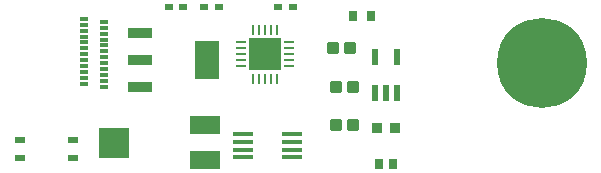
<source format=gtp>
G04 Layer_Color=7318015*
%FSLAX24Y24*%
%MOIN*%
G70*
G01*
G75*
%ADD10R,0.0280X0.0240*%
G04:AMPARAMS|DCode=11|XSize=39.4mil|YSize=39.4mil|CornerRadius=4.9mil|HoleSize=0mil|Usage=FLASHONLY|Rotation=0.000|XOffset=0mil|YOffset=0mil|HoleType=Round|Shape=RoundedRectangle|*
%AMROUNDEDRECTD11*
21,1,0.0394,0.0295,0,0,0.0*
21,1,0.0295,0.0394,0,0,0.0*
1,1,0.0098,0.0148,-0.0148*
1,1,0.0098,-0.0148,-0.0148*
1,1,0.0098,-0.0148,0.0148*
1,1,0.0098,0.0148,0.0148*
%
%ADD11ROUNDEDRECTD11*%
%ADD12R,0.0295X0.0335*%
%ADD13R,0.0984X0.0591*%
%ADD14R,0.0984X0.0984*%
%ADD15R,0.0276X0.0118*%
%ADD16C,0.3000*%
%ADD17R,0.0669X0.0177*%
%ADD18R,0.1063X0.1063*%
%ADD19O,0.0098X0.0354*%
%ADD20O,0.0354X0.0098*%
%ADD21R,0.0827X0.0354*%
%ADD22R,0.0827X0.1260*%
%ADD23R,0.0354X0.0236*%
%ADD24R,0.0217X0.0550*%
%ADD25R,0.0320X0.0320*%
%ADD26R,0.0315X0.0354*%
D10*
X10771Y10728D02*
D03*
X10292D02*
D03*
X11953D02*
D03*
X11473D02*
D03*
X14413D02*
D03*
X13933D02*
D03*
D11*
X16437Y6791D02*
D03*
X15846D02*
D03*
X16437Y8071D02*
D03*
X15846D02*
D03*
X15748Y9350D02*
D03*
X16339D02*
D03*
D12*
X16437Y10433D02*
D03*
X17028D02*
D03*
D13*
X11496Y5630D02*
D03*
Y6811D02*
D03*
D14*
X8465Y6181D02*
D03*
D15*
X7465Y10335D02*
D03*
Y10138D02*
D03*
Y9941D02*
D03*
Y9744D02*
D03*
Y9547D02*
D03*
Y9350D02*
D03*
Y9154D02*
D03*
Y8957D02*
D03*
Y8760D02*
D03*
Y8563D02*
D03*
Y8366D02*
D03*
Y8169D02*
D03*
X8134Y8071D02*
D03*
Y8268D02*
D03*
Y8465D02*
D03*
Y8661D02*
D03*
Y8858D02*
D03*
Y9055D02*
D03*
Y9252D02*
D03*
Y9449D02*
D03*
Y9646D02*
D03*
Y9843D02*
D03*
Y10039D02*
D03*
Y10236D02*
D03*
D16*
X22736Y8858D02*
D03*
D17*
X14409Y5719D02*
D03*
Y5974D02*
D03*
Y6230D02*
D03*
Y6486D02*
D03*
X12756Y5719D02*
D03*
Y5974D02*
D03*
Y6230D02*
D03*
Y6486D02*
D03*
D18*
X13484Y9154D02*
D03*
D19*
X13091Y9961D02*
D03*
X13287D02*
D03*
X13484D02*
D03*
X13681D02*
D03*
X13878D02*
D03*
Y8346D02*
D03*
X13681D02*
D03*
X13484D02*
D03*
X13287D02*
D03*
X13091D02*
D03*
D20*
X14291Y9547D02*
D03*
Y9350D02*
D03*
Y9154D02*
D03*
Y8957D02*
D03*
Y8760D02*
D03*
X12677D02*
D03*
Y8957D02*
D03*
Y9154D02*
D03*
Y9350D02*
D03*
Y9547D02*
D03*
D21*
X9311Y9862D02*
D03*
Y8957D02*
D03*
Y8051D02*
D03*
D22*
X11555Y8957D02*
D03*
D23*
X7086Y6299D02*
D03*
Y5709D02*
D03*
X5315Y6299D02*
D03*
Y5709D02*
D03*
D24*
X17146Y9075D02*
D03*
X17894D02*
D03*
Y7854D02*
D03*
X17520D02*
D03*
X17146D02*
D03*
D25*
X17820Y6693D02*
D03*
X17220D02*
D03*
D26*
X17283Y5512D02*
D03*
X17756D02*
D03*
M02*

</source>
